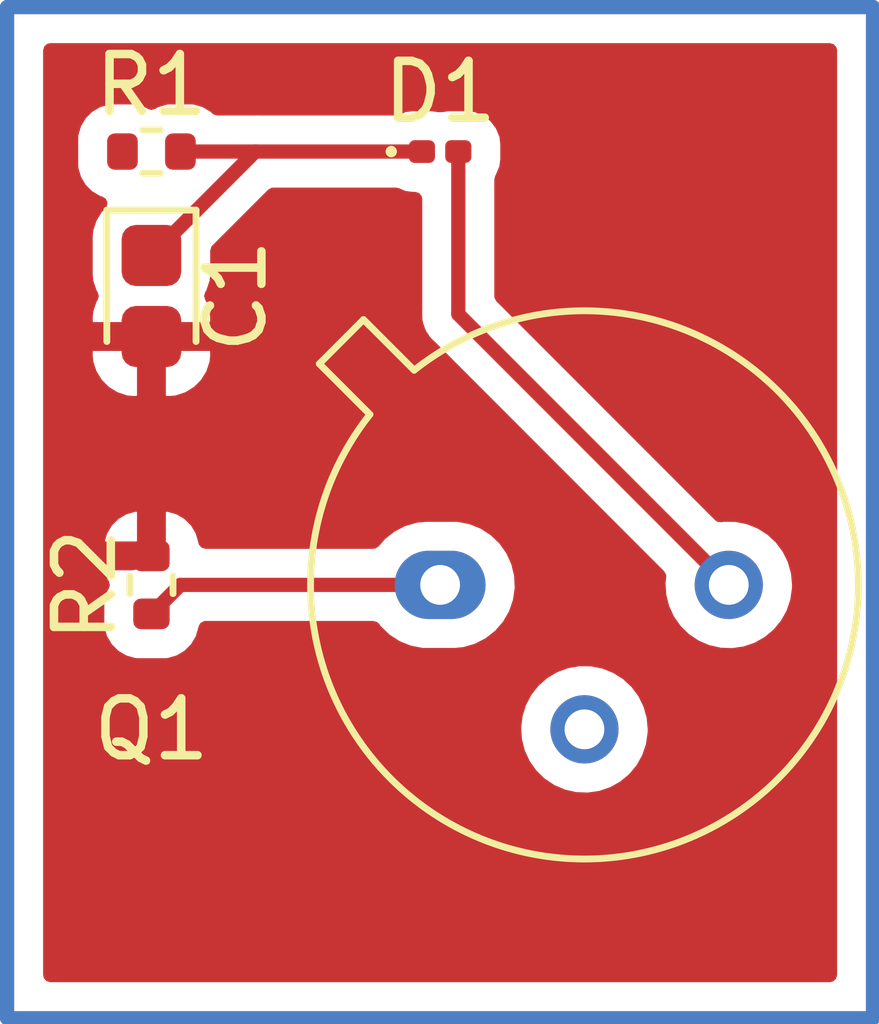
<source format=kicad_pcb>
(kicad_pcb (version 20211014) (generator pcbnew)
  (layers (0 "F.Cu" signal) (31 "B.Cu" signal) (34 "B.Paste" user) (35 "F.Paste" user) (36 "B.SilkS" user "B.Silkscreen") (37 "F.SilkS" user "F.Silkscreen") (38 "B.Mask" user) (39 "F.Mask" user) (44 "Edge.Cuts" user))
  (net 0 "")
  (net 1 "Net-(R1-Pad2)")
  (net 2 "GND")
  (net 3 "Net-(D1-Pad2)")
  (net 4 "Net-(R2-Pad1)")
  (net 6 "VDD")
  (footprint "Capacitor_Tantalum_SMD:CP_EIA-1608-08_AVX-J" (layer "F.Cu") (at 129.54 83.82 -90)
    (fp_text reference "C1" (at 0 -1.48 90) (layer "F.SilkS"))
    (fp_text value "100uF")
    (fp_line (start -1.51 0.785) (end 0.8 0.785) (layer "F.SilkS") (width 0.12))
    (fp_line (start -1.51 -0.785) (end -1.51 0.785) (layer "F.SilkS") (width 0.12))
    (fp_line (start 0.8 -0.785) (end -1.51 -0.785) (layer "F.SilkS") (width 0.12))
    (pad "1" smd roundrect locked (at -0.7125 0 270) (size 1.075 1.05) (layers "F.Cu" "F.Paste" "F.Mask") (roundrect_rratio 0.238095) (net 1 "Net-(R1-Pad2)"))
    (pad "2" smd roundrect locked (at 0.7125 0 270) (size 1.075 1.05) (layers "F.Cu" "F.Paste" "F.Mask") (roundrect_rratio 0.238095) (net 2 "GND"))
  )
  (footprint "Package_TO_SOT_THT:TO-39-3" (layer "F.Cu") (at 134.62 88.9)
    (fp_text reference "Q1" (at -5.08 2.54) (layer "F.SilkS"))
    (fp_text value "2N2219")
    (fp_line (start -0.457084 -3.774902) (end -1.348039 -4.665856) (layer "F.SilkS") (width 0.12))
    (fp_line (start -1.348039 -4.665856) (end -2.125856 -3.888039) (layer "F.SilkS") (width 0.12))
    (fp_line (start -2.125856 -3.888039) (end -1.234902 -2.997084) (layer "F.SilkS") (width 0.12))
    (fp_arc (start -0.457084 -3.774902) (mid 5.948125 3.408384) (end -1.234674 -2.997371) (layer "F.SilkS") (width 0.12))
    (pad "1" thru_hole oval locked (at 0 0) (size 1.6 1.2) (drill 0.7) (layers *.Cu *.Mask) (net 4 "Net-(R2-Pad1)"))
    (pad "2" thru_hole oval locked (at 2.54 2.54) (size 1.2 1.2) (drill 0.7) (layers *.Cu *.Mask))
    (pad "3" thru_hole oval locked (at 5.08 0) (size 1.2 1.2) (drill 0.7) (layers *.Cu *.Mask) (net 3 "Net-(D1-Pad2)"))
  )
  (footprint "Resistor_SMD:R_0402_1005Metric" (layer "F.Cu") (at 129.54 88.9 90)
    (fp_text reference "R2" (at 0 -1.17 90) (layer "F.SilkS"))
    (fp_text value "4.9")
    (fp_line (start -0.153641 0.38) (end 0.153641 0.38) (layer "F.SilkS") (width 0.12))
    (fp_line (start -0.153641 -0.38) (end 0.153641 -0.38) (layer "F.SilkS") (width 0.12))
    (pad "1" smd roundrect locked (at -0.51 0 90) (size 0.54 0.64) (layers "F.Cu" "F.Paste" "F.Mask") (net 4 "Net-(R2-Pad1)"))
    (pad "2" smd roundrect locked (at 0.51 0 90) (size 0.54 0.64) (layers "F.Cu" "F.Paste" "F.Mask") (net 2 "GND"))
  )
  (footprint "Diode_SMD:D_0201_0603Metric" (layer "F.Cu") (at 134.62 81.28)
    (fp_text reference "D1" (at 0 -1.05) (layer "F.SilkS"))
    (fp_text value "DIODE")
    (fp_circle (center -0.86 0) (end -0.81 0) (layer "F.SilkS") (width 0.1) (fill none))
    (pad "1" smd roundrect locked (at -0.32 0) (size 0.46 0.4) (layers "F.Cu" "F.Mask") (net 1 "Net-(R1-Pad2)"))
    (pad "2" smd roundrect locked (at 0.32 0) (size 0.46 0.4) (layers "F.Cu" "F.Mask") (net 3 "Net-(D1-Pad2)"))
  )
  (footprint "Resistor_SMD:R_0402_1005Metric" (layer "F.Cu") (at 129.54 81.28)
    (fp_text reference "R1" (at 0 -1.17) (layer "F.SilkS"))
    (fp_text value "1k")
    (fp_line (start -0.153641 -0.38) (end 0.153641 -0.38) (layer "F.SilkS") (width 0.12))
    (fp_line (start -0.153641 0.38) (end 0.153641 0.38) (layer "F.SilkS") (width 0.12))
    (pad "1" smd roundrect locked (at -0.51 0) (size 0.54 0.64) (layers "F.Cu" "F.Paste" "F.Mask") (net 6 "VDD"))
    (pad "2" smd roundrect locked (at 0.51 0) (size 0.54 0.64) (layers "F.Cu" "F.Paste" "F.Mask") (net 1 "Net-(R1-Pad2)"))
  )
  (segment (start 127 96.52) (end 127 78.74) (width 0.25) (layer "F.Cu") (net 0))
  (segment (start 142.24 96.52) (end 127 96.52) (width 0.25) (layer "F.Cu") (net 0))
  (segment (start 142.24 78.74) (end 142.24 96.52) (width 0.25) (layer "F.Cu") (net 0))
  (segment (start 127 78.74) (end 142.24 78.74) (width 0.25) (layer "F.Cu") (net 0))
  (segment (start 142.24 96.52) (end 127 96.52) (width 0.25) (layer "B.Cu") (net 0))
  (segment (start 127 78.74) (end 127 96.52) (width 0.25) (layer "B.Cu") (net 0))
  (segment (start 142.24 78.74) (end 142.24 96.52) (width 0.25) (layer "B.Cu") (net 0))
  (segment (start 127 78.74) (end 142.24 78.74) (width 0.25) (layer "B.Cu") (net 0))
  (segment (start 131.3675 81.28) (end 134.3 81.28) (width 0.25) (layer "F.Cu") (net 1))
  (segment (start 129.54 83.1075) (end 131.3675 81.28) (width 0.25) (layer "F.Cu") (net 1))
  (segment (start 130.05 81.28) (end 131.3675 81.28) (width 0.25) (layer "F.Cu") (net 1))
  (segment (start 129.54 84.5325) (end 129.54 88.39) (width 0.25) (layer "F.Cu") (net 2))
  (segment (start 134.94 84.14) (end 139.7 88.9) (width 0.25) (layer "F.Cu") (net 3))
  (segment (start 134.94 81.28) (end 134.94 84.14) (width 0.25) (layer "F.Cu") (net 3))
  (segment (start 134.62 88.9) (end 130.05 88.9) (width 0.25) (layer "F.Cu") (net 4))
  (segment (start 130.05 88.9) (end 129.54 89.41) (width 0.25) (layer "F.Cu") (net 4))
  (zone (net 2) (net_name "GND") (layer "F.Cu") (connect_pads (clearance 0.508)) (min_thickness 0.254) (fill yes (thermal_gap 0.508) (thermal_bridge_width 0.508))
    (polygon (pts (xy 142.24 96.52) (xy 127 96.52) (xy 127 78.74) (xy 142.24 78.74)))
  )
)
</source>
